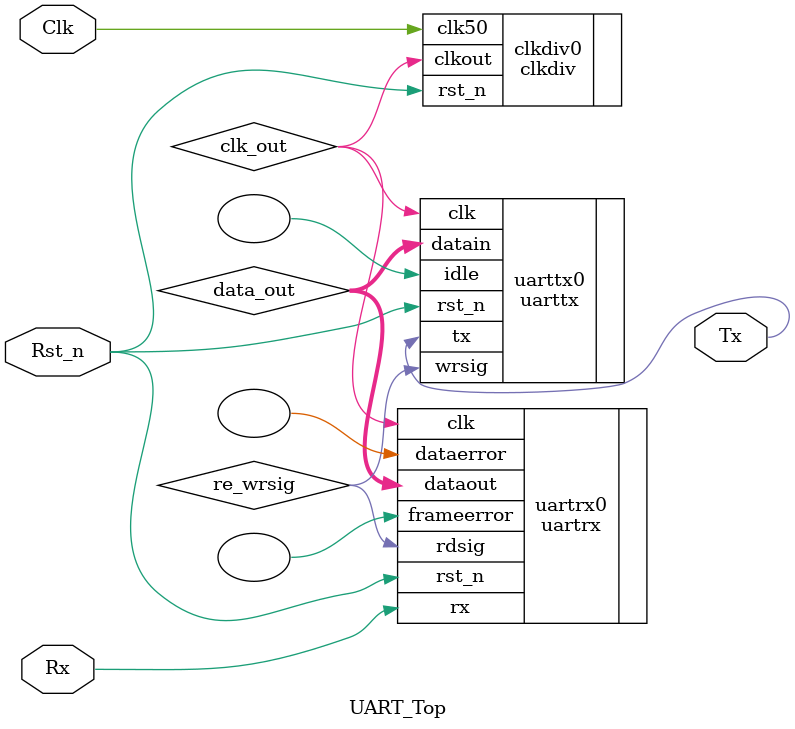
<source format=v>
module UART_Top(
				Clk,
				Rst_n,
				Rx,
				Tx
					);
	input Clk;
	input Rst_n;
	input Rx;
	output Tx;
	
	wire clk_out;
	wire [7:0] data_out;
	wire re_wrsig;
	
//------------时钟模块例化-------------------------------//
clkdiv clkdiv0(
				.clk50(Clk), 
				.rst_n(Rst_n), 
				.clkout(clk_out)
			);
			
//------------接收模块例化-------------------------------//
uartrx uartrx0(
				.clk(clk_out), 
				.rst_n(Rst_n), 
				.rx(Rx), 
				.dataout(data_out), 
				.rdsig(re_wrsig), 
				.dataerror(), 
				.frameerror()
			);

//------------接收模块例化-------------------------------//
uarttx uarttx0(
				.clk(clk_out),
				.rst_n(Rst_n), 
				.datain(data_out), 
				.wrsig(re_wrsig), 
				.idle(), 
				.tx(Tx)
			);

endmodule
</source>
